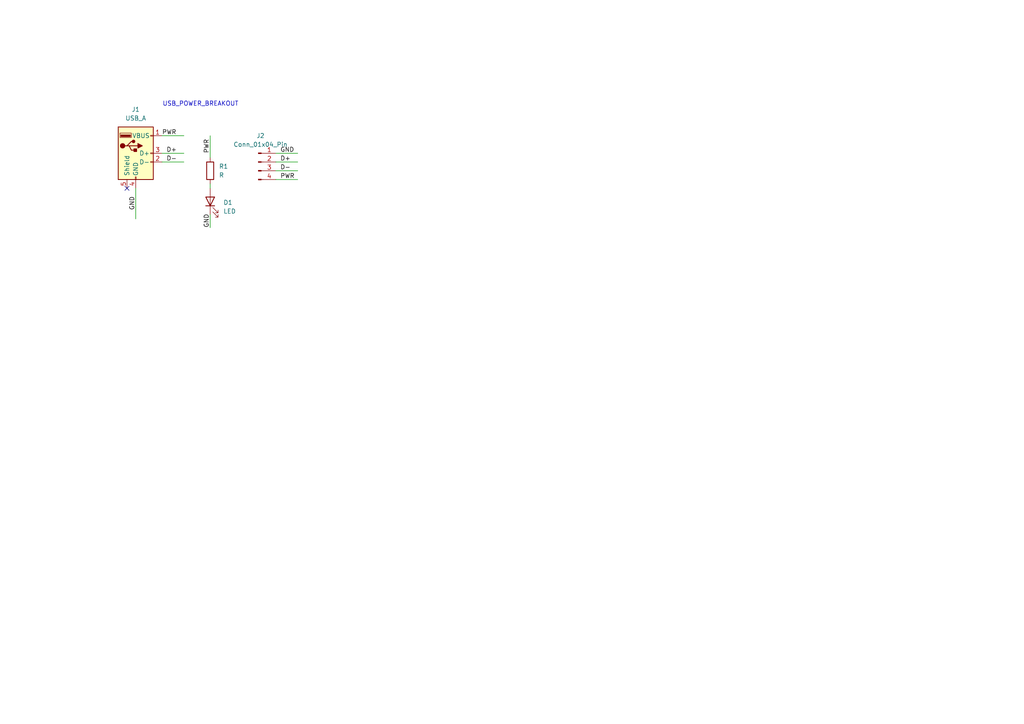
<source format=kicad_sch>
(kicad_sch
	(version 20231120)
	(generator "eeschema")
	(generator_version "8.0")
	(uuid "fd304467-b450-4a8a-bbb1-00dfeabac5b1")
	(paper "A4")
	(lib_symbols
		(symbol "Connector:Conn_01x04_Pin"
			(pin_names
				(offset 1.016) hide)
			(exclude_from_sim no)
			(in_bom yes)
			(on_board yes)
			(property "Reference" "J"
				(at 0 5.08 0)
				(effects
					(font
						(size 1.27 1.27)
					)
				)
			)
			(property "Value" "Conn_01x04_Pin"
				(at 0 -7.62 0)
				(effects
					(font
						(size 1.27 1.27)
					)
				)
			)
			(property "Footprint" ""
				(at 0 0 0)
				(effects
					(font
						(size 1.27 1.27)
					)
					(hide yes)
				)
			)
			(property "Datasheet" "~"
				(at 0 0 0)
				(effects
					(font
						(size 1.27 1.27)
					)
					(hide yes)
				)
			)
			(property "Description" "Generic connector, single row, 01x04, script generated"
				(at 0 0 0)
				(effects
					(font
						(size 1.27 1.27)
					)
					(hide yes)
				)
			)
			(property "ki_locked" ""
				(at 0 0 0)
				(effects
					(font
						(size 1.27 1.27)
					)
				)
			)
			(property "ki_keywords" "connector"
				(at 0 0 0)
				(effects
					(font
						(size 1.27 1.27)
					)
					(hide yes)
				)
			)
			(property "ki_fp_filters" "Connector*:*_1x??_*"
				(at 0 0 0)
				(effects
					(font
						(size 1.27 1.27)
					)
					(hide yes)
				)
			)
			(symbol "Conn_01x04_Pin_1_1"
				(polyline
					(pts
						(xy 1.27 -5.08) (xy 0.8636 -5.08)
					)
					(stroke
						(width 0.1524)
						(type default)
					)
					(fill
						(type none)
					)
				)
				(polyline
					(pts
						(xy 1.27 -2.54) (xy 0.8636 -2.54)
					)
					(stroke
						(width 0.1524)
						(type default)
					)
					(fill
						(type none)
					)
				)
				(polyline
					(pts
						(xy 1.27 0) (xy 0.8636 0)
					)
					(stroke
						(width 0.1524)
						(type default)
					)
					(fill
						(type none)
					)
				)
				(polyline
					(pts
						(xy 1.27 2.54) (xy 0.8636 2.54)
					)
					(stroke
						(width 0.1524)
						(type default)
					)
					(fill
						(type none)
					)
				)
				(rectangle
					(start 0.8636 -4.953)
					(end 0 -5.207)
					(stroke
						(width 0.1524)
						(type default)
					)
					(fill
						(type outline)
					)
				)
				(rectangle
					(start 0.8636 -2.413)
					(end 0 -2.667)
					(stroke
						(width 0.1524)
						(type default)
					)
					(fill
						(type outline)
					)
				)
				(rectangle
					(start 0.8636 0.127)
					(end 0 -0.127)
					(stroke
						(width 0.1524)
						(type default)
					)
					(fill
						(type outline)
					)
				)
				(rectangle
					(start 0.8636 2.667)
					(end 0 2.413)
					(stroke
						(width 0.1524)
						(type default)
					)
					(fill
						(type outline)
					)
				)
				(pin passive line
					(at 5.08 2.54 180)
					(length 3.81)
					(name "Pin_1"
						(effects
							(font
								(size 1.27 1.27)
							)
						)
					)
					(number "1"
						(effects
							(font
								(size 1.27 1.27)
							)
						)
					)
				)
				(pin passive line
					(at 5.08 0 180)
					(length 3.81)
					(name "Pin_2"
						(effects
							(font
								(size 1.27 1.27)
							)
						)
					)
					(number "2"
						(effects
							(font
								(size 1.27 1.27)
							)
						)
					)
				)
				(pin passive line
					(at 5.08 -2.54 180)
					(length 3.81)
					(name "Pin_3"
						(effects
							(font
								(size 1.27 1.27)
							)
						)
					)
					(number "3"
						(effects
							(font
								(size 1.27 1.27)
							)
						)
					)
				)
				(pin passive line
					(at 5.08 -5.08 180)
					(length 3.81)
					(name "Pin_4"
						(effects
							(font
								(size 1.27 1.27)
							)
						)
					)
					(number "4"
						(effects
							(font
								(size 1.27 1.27)
							)
						)
					)
				)
			)
		)
		(symbol "Connector:USB_A"
			(pin_names
				(offset 1.016)
			)
			(exclude_from_sim no)
			(in_bom yes)
			(on_board yes)
			(property "Reference" "J"
				(at -5.08 11.43 0)
				(effects
					(font
						(size 1.27 1.27)
					)
					(justify left)
				)
			)
			(property "Value" "USB_A"
				(at -5.08 8.89 0)
				(effects
					(font
						(size 1.27 1.27)
					)
					(justify left)
				)
			)
			(property "Footprint" ""
				(at 3.81 -1.27 0)
				(effects
					(font
						(size 1.27 1.27)
					)
					(hide yes)
				)
			)
			(property "Datasheet" "~"
				(at 3.81 -1.27 0)
				(effects
					(font
						(size 1.27 1.27)
					)
					(hide yes)
				)
			)
			(property "Description" "USB Type A connector"
				(at 0 0 0)
				(effects
					(font
						(size 1.27 1.27)
					)
					(hide yes)
				)
			)
			(property "ki_keywords" "connector USB"
				(at 0 0 0)
				(effects
					(font
						(size 1.27 1.27)
					)
					(hide yes)
				)
			)
			(property "ki_fp_filters" "USB*"
				(at 0 0 0)
				(effects
					(font
						(size 1.27 1.27)
					)
					(hide yes)
				)
			)
			(symbol "USB_A_0_1"
				(rectangle
					(start -5.08 -7.62)
					(end 5.08 7.62)
					(stroke
						(width 0.254)
						(type default)
					)
					(fill
						(type background)
					)
				)
				(circle
					(center -3.81 2.159)
					(radius 0.635)
					(stroke
						(width 0.254)
						(type default)
					)
					(fill
						(type outline)
					)
				)
				(rectangle
					(start -1.524 4.826)
					(end -4.318 5.334)
					(stroke
						(width 0)
						(type default)
					)
					(fill
						(type outline)
					)
				)
				(rectangle
					(start -1.27 4.572)
					(end -4.572 5.842)
					(stroke
						(width 0)
						(type default)
					)
					(fill
						(type none)
					)
				)
				(circle
					(center -0.635 3.429)
					(radius 0.381)
					(stroke
						(width 0.254)
						(type default)
					)
					(fill
						(type outline)
					)
				)
				(rectangle
					(start -0.127 -7.62)
					(end 0.127 -6.858)
					(stroke
						(width 0)
						(type default)
					)
					(fill
						(type none)
					)
				)
				(polyline
					(pts
						(xy -3.175 2.159) (xy -2.54 2.159) (xy -1.27 3.429) (xy -0.635 3.429)
					)
					(stroke
						(width 0.254)
						(type default)
					)
					(fill
						(type none)
					)
				)
				(polyline
					(pts
						(xy -2.54 2.159) (xy -1.905 2.159) (xy -1.27 0.889) (xy 0 0.889)
					)
					(stroke
						(width 0.254)
						(type default)
					)
					(fill
						(type none)
					)
				)
				(polyline
					(pts
						(xy 0.635 2.794) (xy 0.635 1.524) (xy 1.905 2.159) (xy 0.635 2.794)
					)
					(stroke
						(width 0.254)
						(type default)
					)
					(fill
						(type outline)
					)
				)
				(rectangle
					(start 0.254 1.27)
					(end -0.508 0.508)
					(stroke
						(width 0.254)
						(type default)
					)
					(fill
						(type outline)
					)
				)
				(rectangle
					(start 5.08 -2.667)
					(end 4.318 -2.413)
					(stroke
						(width 0)
						(type default)
					)
					(fill
						(type none)
					)
				)
				(rectangle
					(start 5.08 -0.127)
					(end 4.318 0.127)
					(stroke
						(width 0)
						(type default)
					)
					(fill
						(type none)
					)
				)
				(rectangle
					(start 5.08 4.953)
					(end 4.318 5.207)
					(stroke
						(width 0)
						(type default)
					)
					(fill
						(type none)
					)
				)
			)
			(symbol "USB_A_1_1"
				(polyline
					(pts
						(xy -1.905 2.159) (xy 0.635 2.159)
					)
					(stroke
						(width 0.254)
						(type default)
					)
					(fill
						(type none)
					)
				)
				(pin power_in line
					(at 7.62 5.08 180)
					(length 2.54)
					(name "VBUS"
						(effects
							(font
								(size 1.27 1.27)
							)
						)
					)
					(number "1"
						(effects
							(font
								(size 1.27 1.27)
							)
						)
					)
				)
				(pin bidirectional line
					(at 7.62 -2.54 180)
					(length 2.54)
					(name "D-"
						(effects
							(font
								(size 1.27 1.27)
							)
						)
					)
					(number "2"
						(effects
							(font
								(size 1.27 1.27)
							)
						)
					)
				)
				(pin bidirectional line
					(at 7.62 0 180)
					(length 2.54)
					(name "D+"
						(effects
							(font
								(size 1.27 1.27)
							)
						)
					)
					(number "3"
						(effects
							(font
								(size 1.27 1.27)
							)
						)
					)
				)
				(pin power_in line
					(at 0 -10.16 90)
					(length 2.54)
					(name "GND"
						(effects
							(font
								(size 1.27 1.27)
							)
						)
					)
					(number "4"
						(effects
							(font
								(size 1.27 1.27)
							)
						)
					)
				)
				(pin passive line
					(at -2.54 -10.16 90)
					(length 2.54)
					(name "Shield"
						(effects
							(font
								(size 1.27 1.27)
							)
						)
					)
					(number "5"
						(effects
							(font
								(size 1.27 1.27)
							)
						)
					)
				)
			)
		)
		(symbol "Device:LED"
			(pin_numbers hide)
			(pin_names
				(offset 1.016) hide)
			(exclude_from_sim no)
			(in_bom yes)
			(on_board yes)
			(property "Reference" "D"
				(at 0 2.54 0)
				(effects
					(font
						(size 1.27 1.27)
					)
				)
			)
			(property "Value" "LED"
				(at 0 -2.54 0)
				(effects
					(font
						(size 1.27 1.27)
					)
				)
			)
			(property "Footprint" ""
				(at 0 0 0)
				(effects
					(font
						(size 1.27 1.27)
					)
					(hide yes)
				)
			)
			(property "Datasheet" "~"
				(at 0 0 0)
				(effects
					(font
						(size 1.27 1.27)
					)
					(hide yes)
				)
			)
			(property "Description" "Light emitting diode"
				(at 0 0 0)
				(effects
					(font
						(size 1.27 1.27)
					)
					(hide yes)
				)
			)
			(property "ki_keywords" "LED diode"
				(at 0 0 0)
				(effects
					(font
						(size 1.27 1.27)
					)
					(hide yes)
				)
			)
			(property "ki_fp_filters" "LED* LED_SMD:* LED_THT:*"
				(at 0 0 0)
				(effects
					(font
						(size 1.27 1.27)
					)
					(hide yes)
				)
			)
			(symbol "LED_0_1"
				(polyline
					(pts
						(xy -1.27 -1.27) (xy -1.27 1.27)
					)
					(stroke
						(width 0.254)
						(type default)
					)
					(fill
						(type none)
					)
				)
				(polyline
					(pts
						(xy -1.27 0) (xy 1.27 0)
					)
					(stroke
						(width 0)
						(type default)
					)
					(fill
						(type none)
					)
				)
				(polyline
					(pts
						(xy 1.27 -1.27) (xy 1.27 1.27) (xy -1.27 0) (xy 1.27 -1.27)
					)
					(stroke
						(width 0.254)
						(type default)
					)
					(fill
						(type none)
					)
				)
				(polyline
					(pts
						(xy -3.048 -0.762) (xy -4.572 -2.286) (xy -3.81 -2.286) (xy -4.572 -2.286) (xy -4.572 -1.524)
					)
					(stroke
						(width 0)
						(type default)
					)
					(fill
						(type none)
					)
				)
				(polyline
					(pts
						(xy -1.778 -0.762) (xy -3.302 -2.286) (xy -2.54 -2.286) (xy -3.302 -2.286) (xy -3.302 -1.524)
					)
					(stroke
						(width 0)
						(type default)
					)
					(fill
						(type none)
					)
				)
			)
			(symbol "LED_1_1"
				(pin passive line
					(at -3.81 0 0)
					(length 2.54)
					(name "K"
						(effects
							(font
								(size 1.27 1.27)
							)
						)
					)
					(number "1"
						(effects
							(font
								(size 1.27 1.27)
							)
						)
					)
				)
				(pin passive line
					(at 3.81 0 180)
					(length 2.54)
					(name "A"
						(effects
							(font
								(size 1.27 1.27)
							)
						)
					)
					(number "2"
						(effects
							(font
								(size 1.27 1.27)
							)
						)
					)
				)
			)
		)
		(symbol "Device:R"
			(pin_numbers hide)
			(pin_names
				(offset 0)
			)
			(exclude_from_sim no)
			(in_bom yes)
			(on_board yes)
			(property "Reference" "R"
				(at 2.032 0 90)
				(effects
					(font
						(size 1.27 1.27)
					)
				)
			)
			(property "Value" "R"
				(at 0 0 90)
				(effects
					(font
						(size 1.27 1.27)
					)
				)
			)
			(property "Footprint" ""
				(at -1.778 0 90)
				(effects
					(font
						(size 1.27 1.27)
					)
					(hide yes)
				)
			)
			(property "Datasheet" "~"
				(at 0 0 0)
				(effects
					(font
						(size 1.27 1.27)
					)
					(hide yes)
				)
			)
			(property "Description" "Resistor"
				(at 0 0 0)
				(effects
					(font
						(size 1.27 1.27)
					)
					(hide yes)
				)
			)
			(property "ki_keywords" "R res resistor"
				(at 0 0 0)
				(effects
					(font
						(size 1.27 1.27)
					)
					(hide yes)
				)
			)
			(property "ki_fp_filters" "R_*"
				(at 0 0 0)
				(effects
					(font
						(size 1.27 1.27)
					)
					(hide yes)
				)
			)
			(symbol "R_0_1"
				(rectangle
					(start -1.016 -2.54)
					(end 1.016 2.54)
					(stroke
						(width 0.254)
						(type default)
					)
					(fill
						(type none)
					)
				)
			)
			(symbol "R_1_1"
				(pin passive line
					(at 0 3.81 270)
					(length 1.27)
					(name "~"
						(effects
							(font
								(size 1.27 1.27)
							)
						)
					)
					(number "1"
						(effects
							(font
								(size 1.27 1.27)
							)
						)
					)
				)
				(pin passive line
					(at 0 -3.81 90)
					(length 1.27)
					(name "~"
						(effects
							(font
								(size 1.27 1.27)
							)
						)
					)
					(number "2"
						(effects
							(font
								(size 1.27 1.27)
							)
						)
					)
				)
			)
		)
	)
	(no_connect
		(at 36.83 54.61)
		(uuid "628e1421-0560-4700-9a31-a75e652d8c04")
	)
	(wire
		(pts
			(xy 39.37 54.61) (xy 39.37 63.5)
		)
		(stroke
			(width 0)
			(type default)
		)
		(uuid "086f28a4-2e23-4772-afb4-fb5449d98fbf")
	)
	(wire
		(pts
			(xy 60.96 39.37) (xy 60.96 45.72)
		)
		(stroke
			(width 0)
			(type default)
		)
		(uuid "27bbc8b7-660b-4930-9c40-9c1c45eed7b1")
	)
	(wire
		(pts
			(xy 80.01 44.45) (xy 86.36 44.45)
		)
		(stroke
			(width 0)
			(type default)
		)
		(uuid "41e4e572-f413-44b3-bd72-468d5595f816")
	)
	(wire
		(pts
			(xy 46.99 44.45) (xy 53.34 44.45)
		)
		(stroke
			(width 0)
			(type default)
		)
		(uuid "690330a2-2a97-4087-8962-b427f68595ff")
	)
	(wire
		(pts
			(xy 46.99 46.99) (xy 53.34 46.99)
		)
		(stroke
			(width 0)
			(type default)
		)
		(uuid "696efa96-c0d2-4fed-a0e8-fcd4f7fb0e19")
	)
	(wire
		(pts
			(xy 60.96 62.23) (xy 60.96 66.04)
		)
		(stroke
			(width 0)
			(type default)
		)
		(uuid "6cab5e69-4df5-4224-8695-6da737f2f4cb")
	)
	(wire
		(pts
			(xy 80.01 46.99) (xy 86.36 46.99)
		)
		(stroke
			(width 0)
			(type default)
		)
		(uuid "9a7fa42d-9c42-4608-98cf-b5103a0761fb")
	)
	(wire
		(pts
			(xy 80.01 49.53) (xy 86.36 49.53)
		)
		(stroke
			(width 0)
			(type default)
		)
		(uuid "b79c371b-ec2f-4b3d-9303-57c9282257cd")
	)
	(wire
		(pts
			(xy 46.99 39.37) (xy 53.34 39.37)
		)
		(stroke
			(width 0)
			(type default)
		)
		(uuid "d85fe244-630b-4383-a373-5a6e933eaaba")
	)
	(wire
		(pts
			(xy 60.96 53.34) (xy 60.96 54.61)
		)
		(stroke
			(width 0)
			(type default)
		)
		(uuid "f1b14cf1-ec00-4f7c-a728-7f7f99101e11")
	)
	(wire
		(pts
			(xy 80.01 52.07) (xy 86.36 52.07)
		)
		(stroke
			(width 0)
			(type default)
		)
		(uuid "f83638df-0b77-4869-874b-4d8c90e5a206")
	)
	(text "USB_POWER_BREAKOUT\n"
		(exclude_from_sim no)
		(at 58.166 30.226 0)
		(effects
			(font
				(size 1.27 1.27)
			)
		)
		(uuid "82dce99c-5ed5-4c9e-940b-31913d37bf71")
	)
	(label "D-"
		(at 81.28 49.53 0)
		(effects
			(font
				(size 1.27 1.27)
			)
			(justify left bottom)
		)
		(uuid "273bd88f-4f41-4ce8-8635-5349c1b70bd3")
	)
	(label "PWR"
		(at 81.28 52.07 0)
		(effects
			(font
				(size 1.27 1.27)
			)
			(justify left bottom)
		)
		(uuid "643274ee-ac7f-4e32-82ae-6b568abce333")
	)
	(label "D+"
		(at 48.26 44.45 0)
		(effects
			(font
				(size 1.27 1.27)
			)
			(justify left bottom)
		)
		(uuid "7f8e760f-129e-4d01-98e6-ab57a8ce7105")
	)
	(label "D+"
		(at 81.28 46.99 0)
		(effects
			(font
				(size 1.27 1.27)
			)
			(justify left bottom)
		)
		(uuid "87038678-f6bd-4d10-bc87-efacbf1fa23e")
	)
	(label "D-"
		(at 48.26 46.99 0)
		(effects
			(font
				(size 1.27 1.27)
			)
			(justify left bottom)
		)
		(uuid "8dd3e0d6-046e-45ce-be8e-f5856de3ff0f")
	)
	(label "GND"
		(at 60.96 66.04 90)
		(effects
			(font
				(size 1.27 1.27)
			)
			(justify left bottom)
		)
		(uuid "b08acd1c-a622-4a37-84a8-1df41aa086b6")
	)
	(label "GND"
		(at 39.37 60.96 90)
		(effects
			(font
				(size 1.27 1.27)
			)
			(justify left bottom)
		)
		(uuid "b8e2c23d-767f-46b4-91eb-6b7570627a19")
	)
	(label "PWR"
		(at 46.99 39.37 0)
		(effects
			(font
				(size 1.27 1.27)
			)
			(justify left bottom)
		)
		(uuid "dc6270a3-6bf8-4cf2-9871-2827910f044b")
	)
	(label "PWR"
		(at 60.96 44.45 90)
		(effects
			(font
				(size 1.27 1.27)
			)
			(justify left bottom)
		)
		(uuid "e3581771-76f8-414d-b7e4-06fa467c140a")
	)
	(label "GND"
		(at 81.28 44.45 0)
		(effects
			(font
				(size 1.27 1.27)
			)
			(justify left bottom)
		)
		(uuid "ff6e3962-b109-4f49-9e3c-b58ecf4ddba1")
	)
	(symbol
		(lib_id "Connector:USB_A")
		(at 39.37 44.45 0)
		(unit 1)
		(exclude_from_sim no)
		(in_bom yes)
		(on_board yes)
		(dnp no)
		(fields_autoplaced yes)
		(uuid "636e5c04-0ad0-40c8-82fa-7ec2a6b9a4b5")
		(property "Reference" "J1"
			(at 39.37 31.75 0)
			(effects
				(font
					(size 1.27 1.27)
				)
			)
		)
		(property "Value" "USB_A"
			(at 39.37 34.29 0)
			(effects
				(font
					(size 1.27 1.27)
				)
			)
		)
		(property "Footprint" "Connector_USB:USB_A_Molex_105057_Vertical"
			(at 43.18 45.72 0)
			(effects
				(font
					(size 1.27 1.27)
				)
				(hide yes)
			)
		)
		(property "Datasheet" "~"
			(at 43.18 45.72 0)
			(effects
				(font
					(size 1.27 1.27)
				)
				(hide yes)
			)
		)
		(property "Description" "USB Type A connector"
			(at 39.37 44.45 0)
			(effects
				(font
					(size 1.27 1.27)
				)
				(hide yes)
			)
		)
		(pin "2"
			(uuid "e2e1b8ef-95d1-42ac-9b55-eec4f642523b")
		)
		(pin "1"
			(uuid "d0e50ed5-52c9-4e0b-bbc7-fcbf1732b58d")
		)
		(pin "4"
			(uuid "e19ad135-6ed7-424a-99a5-19e4eb727308")
		)
		(pin "5"
			(uuid "9cc9a97e-8778-4e04-b544-5a66f2257ea3")
		)
		(pin "3"
			(uuid "d983b102-a0ea-4003-b9fc-97aa9095b9ff")
		)
		(instances
			(project ""
				(path "/fd304467-b450-4a8a-bbb1-00dfeabac5b1"
					(reference "J1")
					(unit 1)
				)
			)
		)
	)
	(symbol
		(lib_id "Device:LED")
		(at 60.96 58.42 90)
		(unit 1)
		(exclude_from_sim no)
		(in_bom yes)
		(on_board yes)
		(dnp no)
		(fields_autoplaced yes)
		(uuid "71bf120e-63f4-47b0-ab9a-eaeefaaf766a")
		(property "Reference" "D1"
			(at 64.77 58.7374 90)
			(effects
				(font
					(size 1.27 1.27)
				)
				(justify right)
			)
		)
		(property "Value" "LED"
			(at 64.77 61.2774 90)
			(effects
				(font
					(size 1.27 1.27)
				)
				(justify right)
			)
		)
		(property "Footprint" "LED_THT:LED_D1.8mm_W3.3mm_H2.4mm"
			(at 60.96 58.42 0)
			(effects
				(font
					(size 1.27 1.27)
				)
				(hide yes)
			)
		)
		(property "Datasheet" "~"
			(at 60.96 58.42 0)
			(effects
				(font
					(size 1.27 1.27)
				)
				(hide yes)
			)
		)
		(property "Description" "Light emitting diode"
			(at 60.96 58.42 0)
			(effects
				(font
					(size 1.27 1.27)
				)
				(hide yes)
			)
		)
		(pin "1"
			(uuid "004e6953-e2c1-49fa-8d37-848b5793f531")
		)
		(pin "2"
			(uuid "2c3a0c26-6ff9-4b0c-817c-0c4ee7b64ccd")
		)
		(instances
			(project ""
				(path "/fd304467-b450-4a8a-bbb1-00dfeabac5b1"
					(reference "D1")
					(unit 1)
				)
			)
		)
	)
	(symbol
		(lib_id "Connector:Conn_01x04_Pin")
		(at 74.93 46.99 0)
		(unit 1)
		(exclude_from_sim no)
		(in_bom yes)
		(on_board yes)
		(dnp no)
		(fields_autoplaced yes)
		(uuid "9540f7e4-8510-45a9-9a2c-a3bce2a21f89")
		(property "Reference" "J2"
			(at 75.565 39.37 0)
			(effects
				(font
					(size 1.27 1.27)
				)
			)
		)
		(property "Value" "Conn_01x04_Pin"
			(at 75.565 41.91 0)
			(effects
				(font
					(size 1.27 1.27)
				)
			)
		)
		(property "Footprint" "Connector_PinHeader_2.00mm:PinHeader_1x04_P2.00mm_Vertical"
			(at 74.93 46.99 0)
			(effects
				(font
					(size 1.27 1.27)
				)
				(hide yes)
			)
		)
		(property "Datasheet" "~"
			(at 74.93 46.99 0)
			(effects
				(font
					(size 1.27 1.27)
				)
				(hide yes)
			)
		)
		(property "Description" "Generic connector, single row, 01x04, script generated"
			(at 74.93 46.99 0)
			(effects
				(font
					(size 1.27 1.27)
				)
				(hide yes)
			)
		)
		(pin "3"
			(uuid "d45210b3-9150-4ca4-9e2f-d6c4f811fec5")
		)
		(pin "4"
			(uuid "cbc50935-8fc7-4091-978c-91a458b1f777")
		)
		(pin "1"
			(uuid "77129ed0-7bb7-483f-acdd-794df1ccebbc")
		)
		(pin "2"
			(uuid "8f8850aa-54fe-4040-95dc-32a33c195041")
		)
		(instances
			(project ""
				(path "/fd304467-b450-4a8a-bbb1-00dfeabac5b1"
					(reference "J2")
					(unit 1)
				)
			)
		)
	)
	(symbol
		(lib_id "Device:R")
		(at 60.96 49.53 0)
		(unit 1)
		(exclude_from_sim no)
		(in_bom yes)
		(on_board yes)
		(dnp no)
		(fields_autoplaced yes)
		(uuid "a4e9ae9d-11a7-4ce7-a2ec-1f130534d073")
		(property "Reference" "R1"
			(at 63.5 48.2599 0)
			(effects
				(font
					(size 1.27 1.27)
				)
				(justify left)
			)
		)
		(property "Value" "R"
			(at 63.5 50.7999 0)
			(effects
				(font
					(size 1.27 1.27)
				)
				(justify left)
			)
		)
		(property "Footprint" "Resistor_THT:R_Axial_DIN0204_L3.6mm_D1.6mm_P2.54mm_Vertical"
			(at 59.182 49.53 90)
			(effects
				(font
					(size 1.27 1.27)
				)
				(hide yes)
			)
		)
		(property "Datasheet" "~"
			(at 60.96 49.53 0)
			(effects
				(font
					(size 1.27 1.27)
				)
				(hide yes)
			)
		)
		(property "Description" "Resistor"
			(at 60.96 49.53 0)
			(effects
				(font
					(size 1.27 1.27)
				)
				(hide yes)
			)
		)
		(pin "2"
			(uuid "b962c6c5-7ef7-479a-835d-132acb9060f0")
		)
		(pin "1"
			(uuid "721e7c86-6ae8-48c1-a56a-ecd176cc2404")
		)
		(instances
			(project ""
				(path "/fd304467-b450-4a8a-bbb1-00dfeabac5b1"
					(reference "R1")
					(unit 1)
				)
			)
		)
	)
	(sheet_instances
		(path "/"
			(page "1")
		)
	)
)

</source>
